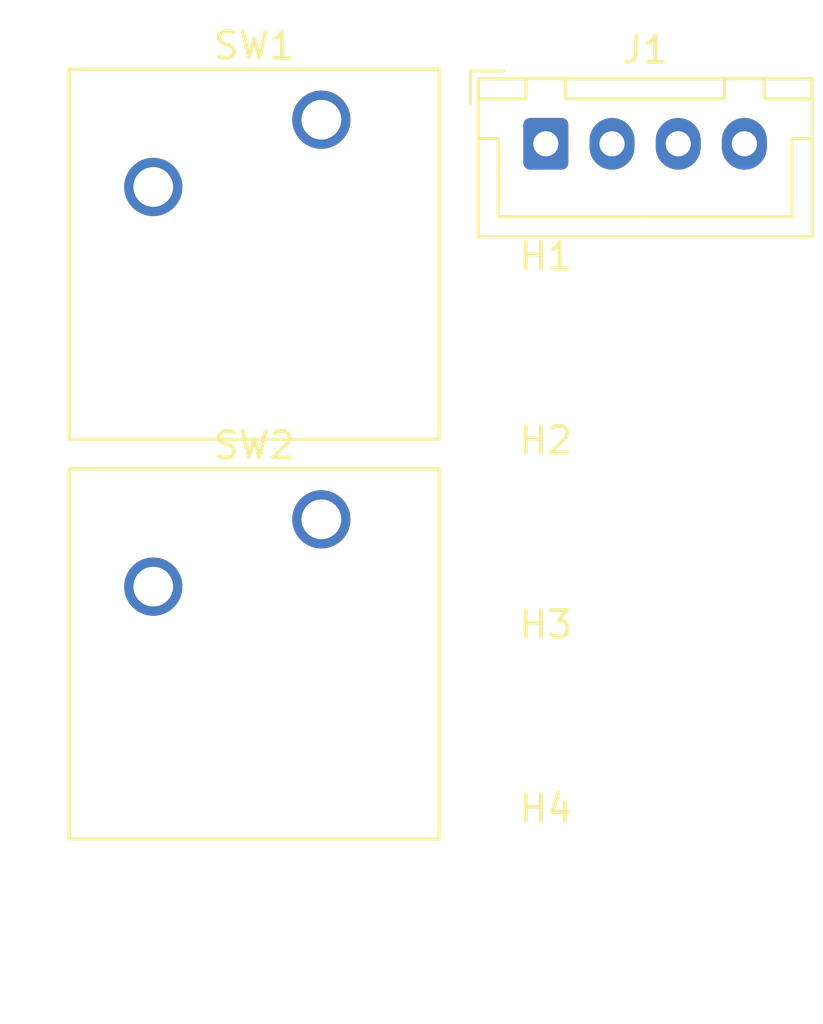
<source format=kicad_pcb>
(kicad_pcb (version 20241229) (generator "pcbnew") (generator_version "9.0")
  (layers (0 "F.Cu" signal) (2 "B.Cu" signal) (13 "F.Paste" user) (15 "B.Paste" user) (5 "F.SilkS" user "F.Silkscreen") (7 "B.SilkS" user "B.Silkscreen") (1 "F.Mask" user) (3 "B.Mask" user) (25 "Edge.Cuts" user))
  (net 0 "")
  (net 1 "Net-(J1-Pin_1)")
  (net 2 "Net-(J1-Pin_4)")
  (net 3 "Net-(J1-Pin_2)")
  (net 4 "Net-(J1-Pin_3)")
  (footprint "MountingHole:MountingHole_2.7mm_M2.5" (layer "F.Cu") (at 172 102.15)
    (property "Reference" "H1" (at 0 -3.65 0) (layer "F.SilkS"))
    (property "Value" "MountingHole")
    (pad "" np_thru_hole circle (at 0 0) (size 2.7 2.7) (drill 2.7) (layers "*.Cu" "*.Mask"))
  )
  (footprint "Connector_JST:JST_XH_B4B-XH-A_1x04_P2.50mm_Vertical" (layer "F.Cu") (at 172 94.25)
    (property "Reference" "J1" (at 3.75 -3.55 0) (layer "F.SilkS"))
    (property "Value" "Conn_01x04")
    (fp_line (start -2.85 -2.75) (end -2.85 -1.5) (stroke (width 0.12)) (layer "F.SilkS"))
    (fp_line (start -2.56 -2.46) (end -2.56 3.51) (stroke (width 0.12)) (layer "F.SilkS"))
    (fp_line (start -2.56 3.51) (end 10.06 3.51) (stroke (width 0.12)) (layer "F.SilkS"))
    (fp_line (start -2.55 -2.45) (end -2.55 -1.7) (stroke (width 0.12)) (layer "F.SilkS"))
    (fp_line (start -2.55 -1.7) (end -0.75 -1.7) (stroke (width 0.12)) (layer "F.SilkS"))
    (fp_line (start -2.55 -0.2) (end -1.8 -0.2) (stroke (width 0.12)) (layer "F.SilkS"))
    (fp_line (start -1.8 -0.2) (end -1.8 2.75) (stroke (width 0.12)) (layer "F.SilkS"))
    (fp_line (start -1.8 2.75) (end 3.75 2.75) (stroke (width 0.12)) (layer "F.SilkS"))
    (fp_line (start -1.6 -2.75) (end -2.85 -2.75) (stroke (width 0.12)) (layer "F.SilkS"))
    (fp_line (start -0.75 -2.45) (end -2.55 -2.45) (stroke (width 0.12)) (layer "F.SilkS"))
    (fp_line (start -0.75 -1.7) (end -0.75 -2.45) (stroke (width 0.12)) (layer "F.SilkS"))
    (fp_line (start 0.75 -2.45) (end 0.75 -1.7) (stroke (width 0.12)) (layer "F.SilkS"))
    (fp_line (start 0.75 -1.7) (end 6.75 -1.7) (stroke (width 0.12)) (layer "F.SilkS"))
    (fp_line (start 6.75 -2.45) (end 0.75 -2.45) (stroke (width 0.12)) (layer "F.SilkS"))
    (fp_line (start 6.75 -1.7) (end 6.75 -2.45) (stroke (width 0.12)) (layer "F.SilkS"))
    (fp_line (start 8.25 -2.45) (end 8.25 -1.7) (stroke (width 0.12)) (layer "F.SilkS"))
    (fp_line (start 8.25 -1.7) (end 10.05 -1.7) (stroke (width 0.12)) (layer "F.SilkS"))
    (fp_line (start 9.3 -0.2) (end 9.3 2.75) (stroke (width 0.12)) (layer "F.SilkS"))
    (fp_line (start 9.3 2.75) (end 3.75 2.75) (stroke (width 0.12)) (layer "F.SilkS"))
    (fp_line (start 10.05 -2.45) (end 8.25 -2.45) (stroke (width 0.12)) (layer "F.SilkS"))
    (fp_line (start 10.05 -1.7) (end 10.05 -2.45) (stroke (width 0.12)) (layer "F.SilkS"))
    (fp_line (start 10.05 -0.2) (end 9.3 -0.2) (stroke (width 0.12)) (layer "F.SilkS"))
    (fp_line (start 10.06 -2.46) (end -2.56 -2.46) (stroke (width 0.12)) (layer "F.SilkS"))
    (fp_line (start 10.06 3.51) (end 10.06 -2.46) (stroke (width 0.12)) (layer "F.SilkS"))
    (pad "1" thru_hole roundrect (at 0 0) (size 1.7 1.95) (drill 0.95) (layers "*.Cu" "*.Mask") (roundrect_rratio 0.147059) (net 1 "Net-(J1-Pin_1)"))
    (pad "2" thru_hole oval (at 2.5 0) (size 1.7 1.95) (drill 0.95) (layers "*.Cu" "*.Mask") (net 3 "Net-(J1-Pin_2)"))
    (pad "3" thru_hole oval (at 5 0) (size 1.7 1.95) (drill 0.95) (layers "*.Cu" "*.Mask") (net 4 "Net-(J1-Pin_3)"))
    (pad "4" thru_hole oval (at 7.5 0) (size 1.7 1.95) (drill 0.95) (layers "*.Cu" "*.Mask") (net 2 "Net-(J1-Pin_4)"))
  )
  (footprint "MountingHole:MountingHole_2.7mm_M2.5" (layer "F.Cu") (at 172 116.05)
    (property "Reference" "H3" (at 0 -3.65 0) (layer "F.SilkS"))
    (property "Value" "MountingHole")
    (pad "" np_thru_hole circle (at 0 0) (size 2.7 2.7) (drill 2.7) (layers "*.Cu" "*.Mask"))
  )
  (footprint "MountingHole:MountingHole_2.7mm_M2.5" (layer "F.Cu") (at 172 109.1)
    (property "Reference" "H2" (at 0 -3.65 0) (layer "F.SilkS"))
    (property "Value" "MountingHole")
    (pad "" np_thru_hole circle (at 0 0) (size 2.7 2.7) (drill 2.7) (layers "*.Cu" "*.Mask"))
  )
  (footprint "MountingHole:MountingHole_2.7mm_M2.5" (layer "F.Cu") (at 172 123)
    (property "Reference" "H4" (at 0 -3.65 0) (layer "F.SilkS"))
    (property "Value" "MountingHole")
    (pad "" np_thru_hole circle (at 0 0) (size 2.7 2.7) (drill 2.7) (layers "*.Cu" "*.Mask"))
  )
  (footprint "Button_Switch_Keyboard:SW_Cherry_MX_1.00u_PCB" (layer "F.Cu") (at 163.52 108.43)
    (property "Reference" "SW2" (at -2.54 -2.794 0) (layer "F.SilkS"))
    (property "Value" "SW_Push")
    (fp_line (start -9.525 -1.905) (end 4.445 -1.905) (stroke (width 0.12)) (layer "F.SilkS"))
    (fp_line (start -9.525 12.065) (end -9.525 -1.905) (stroke (width 0.12)) (layer "F.SilkS"))
    (fp_line (start 4.445 -1.905) (end 4.445 12.065) (stroke (width 0.12)) (layer "F.SilkS"))
    (fp_line (start 4.445 12.065) (end -9.525 12.065) (stroke (width 0.12)) (layer "F.SilkS"))
    (pad "" np_thru_hole circle (at -7.62 5.08) (size 1.7 1.7) (drill 1.7) (layers "*.Cu" "*.Mask"))
    (pad "" np_thru_hole circle (at -2.54 5.08) (size 4 4) (drill 4) (layers "*.Cu" "*.Mask"))
    (pad "" np_thru_hole circle (at 2.54 5.08) (size 1.7 1.7) (drill 1.7) (layers "*.Cu" "*.Mask"))
    (pad "1" thru_hole circle (at 0 0) (size 2.2 2.2) (drill 1.5) (layers "*.Cu" "*.Mask") (net 2 "Net-(J1-Pin_4)"))
    (pad "2" thru_hole circle (at -6.35 2.54) (size 2.2 2.2) (drill 1.5) (layers "*.Cu" "*.Mask") (net 4 "Net-(J1-Pin_3)"))
  )
  (footprint "Button_Switch_Keyboard:SW_Cherry_MX_1.00u_PCB" (layer "F.Cu") (at 163.52 93.34)
    (property "Reference" "SW1" (at -2.54 -2.794 0) (layer "F.SilkS"))
    (property "Value" "SW_Push")
    (fp_line (start -9.525 -1.905) (end 4.445 -1.905) (stroke (width 0.12)) (layer "F.SilkS"))
    (fp_line (start -9.525 12.065) (end -9.525 -1.905) (stroke (width 0.12)) (layer "F.SilkS"))
    (fp_line (start 4.445 -1.905) (end 4.445 12.065) (stroke (width 0.12)) (layer "F.SilkS"))
    (fp_line (start 4.445 12.065) (end -9.525 12.065) (stroke (width 0.12)) (layer "F.SilkS"))
    (pad "" np_thru_hole circle (at -7.62 5.08) (size 1.7 1.7) (drill 1.7) (layers "*.Cu" "*.Mask"))
    (pad "" np_thru_hole circle (at -2.54 5.08) (size 4 4) (drill 4) (layers "*.Cu" "*.Mask"))
    (pad "" np_thru_hole circle (at 2.54 5.08) (size 1.7 1.7) (drill 1.7) (layers "*.Cu" "*.Mask"))
    (pad "1" thru_hole circle (at 0 0) (size 2.2 2.2) (drill 1.5) (layers "*.Cu" "*.Mask") (net 3 "Net-(J1-Pin_2)"))
    (pad "2" thru_hole circle (at -6.35 2.54) (size 2.2 2.2) (drill 1.5) (layers "*.Cu" "*.Mask") (net 1 "Net-(J1-Pin_1)"))
  )
)
</source>
